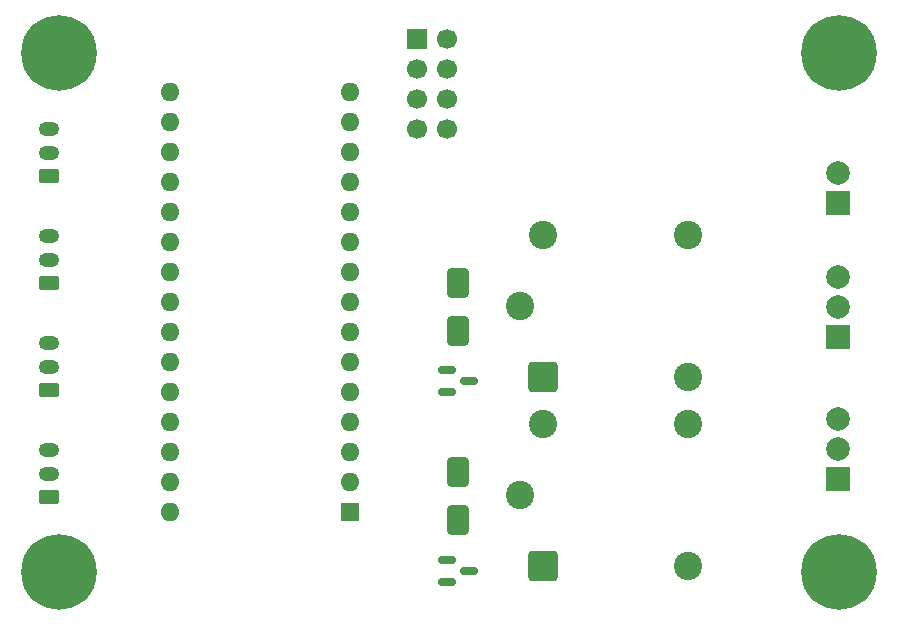
<source format=gbr>
%TF.GenerationSoftware,KiCad,Pcbnew,8.0.5*%
%TF.CreationDate,2025-02-12T03:45:18+07:00*%
%TF.ProjectId,SmartFarmMySensors_ArduinoNano,536d6172-7446-4617-926d-4d7953656e73,rev?*%
%TF.SameCoordinates,Original*%
%TF.FileFunction,Soldermask,Top*%
%TF.FilePolarity,Negative*%
%FSLAX46Y46*%
G04 Gerber Fmt 4.6, Leading zero omitted, Abs format (unit mm)*
G04 Created by KiCad (PCBNEW 8.0.5) date 2025-02-12 03:45:18*
%MOMM*%
%LPD*%
G01*
G04 APERTURE LIST*
G04 Aperture macros list*
%AMRoundRect*
0 Rectangle with rounded corners*
0 $1 Rounding radius*
0 $2 $3 $4 $5 $6 $7 $8 $9 X,Y pos of 4 corners*
0 Add a 4 corners polygon primitive as box body*
4,1,4,$2,$3,$4,$5,$6,$7,$8,$9,$2,$3,0*
0 Add four circle primitives for the rounded corners*
1,1,$1+$1,$2,$3*
1,1,$1+$1,$4,$5*
1,1,$1+$1,$6,$7*
1,1,$1+$1,$8,$9*
0 Add four rect primitives between the rounded corners*
20,1,$1+$1,$2,$3,$4,$5,0*
20,1,$1+$1,$4,$5,$6,$7,0*
20,1,$1+$1,$6,$7,$8,$9,0*
20,1,$1+$1,$8,$9,$2,$3,0*%
G04 Aperture macros list end*
%ADD10R,1.700000X1.700000*%
%ADD11C,1.700000*%
%ADD12RoundRect,0.150000X-0.587500X-0.150000X0.587500X-0.150000X0.587500X0.150000X-0.587500X0.150000X0*%
%ADD13C,2.400000*%
%ADD14RoundRect,0.250000X1.000000X-1.000000X1.000000X1.000000X-1.000000X1.000000X-1.000000X-1.000000X0*%
%ADD15R,2.000000X2.000000*%
%ADD16C,2.000000*%
%ADD17RoundRect,0.250000X0.625000X-0.350000X0.625000X0.350000X-0.625000X0.350000X-0.625000X-0.350000X0*%
%ADD18O,1.750000X1.200000*%
%ADD19C,0.800000*%
%ADD20C,6.400000*%
%ADD21RoundRect,0.250000X-0.650000X1.000000X-0.650000X-1.000000X0.650000X-1.000000X0.650000X1.000000X0*%
%ADD22R,1.600000X1.600000*%
%ADD23O,1.600000X1.600000*%
G04 APERTURE END LIST*
D10*
%TO.C,U1*%
X143010500Y-50775000D03*
D11*
X145550500Y-50775000D03*
X143010500Y-53315000D03*
X145550500Y-53315000D03*
X143010500Y-55855000D03*
X145550500Y-55855000D03*
X143010500Y-58395000D03*
X145550500Y-58395000D03*
%TD*%
D12*
%TO.C,Q2*%
X145512500Y-94850000D03*
X145512500Y-96750000D03*
X147387500Y-95800000D03*
%TD*%
%TO.C,Q1*%
X145512500Y-78750000D03*
X145512500Y-80650000D03*
X147387500Y-79700000D03*
%TD*%
D13*
%TO.C,K2*%
X151700000Y-89350000D03*
X165900000Y-83350000D03*
X165900000Y-95350000D03*
D14*
X153700000Y-95350000D03*
D13*
X153700000Y-83350000D03*
%TD*%
%TO.C,K1*%
X151700000Y-73350000D03*
X165900000Y-67350000D03*
X165900000Y-79350000D03*
D14*
X153700000Y-79350000D03*
D13*
X153700000Y-67350000D03*
%TD*%
D15*
%TO.C,J7*%
X178600000Y-64625000D03*
D16*
X178600000Y-62085000D03*
%TD*%
D15*
%TO.C,J6*%
X178600000Y-87980000D03*
D16*
X178600000Y-85440000D03*
X178600000Y-82900000D03*
%TD*%
D15*
%TO.C,J5*%
X178600000Y-75990000D03*
D16*
X178600000Y-73450000D03*
X178600000Y-70910000D03*
%TD*%
D17*
%TO.C,J4*%
X111800000Y-89540588D03*
D18*
X111800000Y-87540588D03*
X111800000Y-85540588D03*
%TD*%
D17*
%TO.C,J3*%
X111800000Y-80481177D03*
D18*
X111800000Y-78481177D03*
X111800000Y-76481177D03*
%TD*%
D17*
%TO.C,J2*%
X111800000Y-71421766D03*
D18*
X111800000Y-69421766D03*
X111800000Y-67421766D03*
%TD*%
D17*
%TO.C,J1*%
X111800000Y-62362355D03*
D18*
X111800000Y-60362355D03*
X111800000Y-58362355D03*
%TD*%
D19*
%TO.C,H4*%
X176300000Y-51900000D03*
X177002944Y-50202944D03*
X177002944Y-53597056D03*
X178700000Y-49500000D03*
D20*
X178700000Y-51900000D03*
D19*
X178700000Y-54300000D03*
X180397056Y-50202944D03*
X180397056Y-53597056D03*
X181100000Y-51900000D03*
%TD*%
%TO.C,H3*%
X176300000Y-95900000D03*
X177002944Y-94202944D03*
X177002944Y-97597056D03*
X178700000Y-93500000D03*
D20*
X178700000Y-95900000D03*
D19*
X178700000Y-98300000D03*
X180397056Y-94202944D03*
X180397056Y-97597056D03*
X181100000Y-95900000D03*
%TD*%
%TO.C,H2*%
X110300000Y-95900000D03*
X111002944Y-94202944D03*
X111002944Y-97597056D03*
X112700000Y-93500000D03*
D20*
X112700000Y-95900000D03*
D19*
X112700000Y-98300000D03*
X114397056Y-94202944D03*
X114397056Y-97597056D03*
X115100000Y-95900000D03*
%TD*%
%TO.C,H1*%
X110300000Y-51900000D03*
X111002944Y-50202944D03*
X111002944Y-53597056D03*
X112700000Y-49500000D03*
D20*
X112700000Y-51900000D03*
D19*
X112700000Y-54300000D03*
X114397056Y-50202944D03*
X114397056Y-53597056D03*
X115100000Y-51900000D03*
%TD*%
D21*
%TO.C,D2*%
X146450000Y-87440000D03*
X146450000Y-91440000D03*
%TD*%
%TO.C,D1*%
X146450000Y-71440000D03*
X146450000Y-75440000D03*
%TD*%
D22*
%TO.C,A1*%
X137338500Y-90790000D03*
D23*
X137338500Y-88250000D03*
X137338500Y-85710000D03*
X137338500Y-83170000D03*
X137338500Y-80630000D03*
X137338500Y-78090000D03*
X137338500Y-75550000D03*
X137338500Y-73010000D03*
X137338500Y-70470000D03*
X137338500Y-67930000D03*
X137338500Y-65390000D03*
X137338500Y-62850000D03*
X137338500Y-60310000D03*
X137338500Y-57770000D03*
X137338500Y-55230000D03*
X122098500Y-55230000D03*
X122098500Y-57770000D03*
X122098500Y-60310000D03*
X122098500Y-62850000D03*
X122098500Y-65390000D03*
X122098500Y-67930000D03*
X122098500Y-70470000D03*
X122098500Y-73010000D03*
X122098500Y-75550000D03*
X122098500Y-78090000D03*
X122098500Y-80630000D03*
X122098500Y-83170000D03*
X122098500Y-85710000D03*
X122098500Y-88250000D03*
X122098500Y-90790000D03*
%TD*%
M02*

</source>
